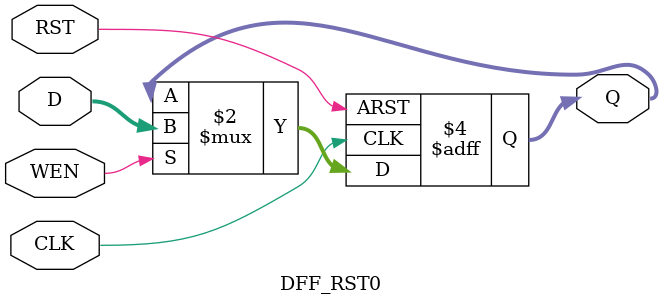
<source format=v>
module DFF_RST0 #(
  parameter WIDTH = 32
) (
  input  wire             CLK,
  input  wire             RST,
  input  wire             WEN,
  input  wire [WIDTH-1:0] D,
  output reg  [WIDTH-1:0] Q
);

  always @(posedge CLK or posedge RST) begin
    if (RST) begin
      Q[WIDTH-1:0] <= {WIDTH{1'b0}};
    end else if (WEN) begin
      Q[WIDTH-1:0] <= D[WIDTH-1:0];
    end
  end

endmodule
</source>
